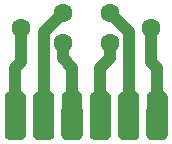
<source format=gbr>
%TF.GenerationSoftware,KiCad,Pcbnew,(5.1.5)-3*%
%TF.CreationDate,2020-04-25T09:08:57+02:00*%
%TF.ProjectId,SlimMPX,536c696d-4d50-4582-9e6b-696361645f70,rev?*%
%TF.SameCoordinates,Original*%
%TF.FileFunction,Copper,L2,Bot*%
%TF.FilePolarity,Positive*%
%FSLAX46Y46*%
G04 Gerber Fmt 4.6, Leading zero omitted, Abs format (unit mm)*
G04 Created by KiCad (PCBNEW (5.1.5)-3) date 2020-04-25 09:08:57*
%MOMM*%
%LPD*%
G04 APERTURE LIST*
%ADD10C,0.100000*%
%ADD11C,1.600000*%
%ADD12C,1.000000*%
%ADD13C,1.000000*%
%ADD14C,0.200000*%
G04 APERTURE END LIST*
%TA.AperFunction,ConnectorPad*%
D10*
G36*
X114494108Y-112002167D02*
G01*
X114537791Y-112008647D01*
X114580628Y-112019377D01*
X114622208Y-112034254D01*
X114662129Y-112053135D01*
X114700007Y-112075839D01*
X114735477Y-112102145D01*
X114768198Y-112131802D01*
X114797855Y-112164523D01*
X114824161Y-112199993D01*
X114846865Y-112237871D01*
X114865746Y-112277792D01*
X114880623Y-112319372D01*
X114891353Y-112362209D01*
X114897833Y-112405892D01*
X114900000Y-112450000D01*
X114900000Y-114550000D01*
X114897833Y-114594108D01*
X114891353Y-114637791D01*
X114880623Y-114680628D01*
X114865746Y-114722208D01*
X114846865Y-114762129D01*
X114824161Y-114800007D01*
X114797855Y-114835477D01*
X114768198Y-114868198D01*
X114735477Y-114897855D01*
X114700007Y-114924161D01*
X114662129Y-114946865D01*
X114622208Y-114965746D01*
X114580628Y-114980623D01*
X114537791Y-114991353D01*
X114494108Y-114997833D01*
X114450000Y-115000000D01*
X113550000Y-115000000D01*
X113505892Y-114997833D01*
X113462209Y-114991353D01*
X113419372Y-114980623D01*
X113377792Y-114965746D01*
X113337871Y-114946865D01*
X113299993Y-114924161D01*
X113264523Y-114897855D01*
X113231802Y-114868198D01*
X113202145Y-114835477D01*
X113175839Y-114800007D01*
X113153135Y-114762129D01*
X113134254Y-114722208D01*
X113119377Y-114680628D01*
X113108647Y-114637791D01*
X113102167Y-114594108D01*
X113100000Y-114550000D01*
X113100000Y-112450000D01*
X113102167Y-112405892D01*
X113108647Y-112362209D01*
X113119377Y-112319372D01*
X113134254Y-112277792D01*
X113153135Y-112237871D01*
X113175839Y-112199993D01*
X113202145Y-112164523D01*
X113231802Y-112131802D01*
X113264523Y-112102145D01*
X113299993Y-112075839D01*
X113337871Y-112053135D01*
X113377792Y-112034254D01*
X113419372Y-112019377D01*
X113462209Y-112008647D01*
X113505892Y-112002167D01*
X113550000Y-112000000D01*
X114450000Y-112000000D01*
X114494108Y-112002167D01*
G37*
%TD.AperFunction*%
%TA.AperFunction,ConnectorPad*%
G36*
X112094108Y-112002167D02*
G01*
X112137791Y-112008647D01*
X112180628Y-112019377D01*
X112222208Y-112034254D01*
X112262129Y-112053135D01*
X112300007Y-112075839D01*
X112335477Y-112102145D01*
X112368198Y-112131802D01*
X112397855Y-112164523D01*
X112424161Y-112199993D01*
X112446865Y-112237871D01*
X112465746Y-112277792D01*
X112480623Y-112319372D01*
X112491353Y-112362209D01*
X112497833Y-112405892D01*
X112500000Y-112450000D01*
X112500000Y-114550000D01*
X112497833Y-114594108D01*
X112491353Y-114637791D01*
X112480623Y-114680628D01*
X112465746Y-114722208D01*
X112446865Y-114762129D01*
X112424161Y-114800007D01*
X112397855Y-114835477D01*
X112368198Y-114868198D01*
X112335477Y-114897855D01*
X112300007Y-114924161D01*
X112262129Y-114946865D01*
X112222208Y-114965746D01*
X112180628Y-114980623D01*
X112137791Y-114991353D01*
X112094108Y-114997833D01*
X112050000Y-115000000D01*
X111150000Y-115000000D01*
X111105892Y-114997833D01*
X111062209Y-114991353D01*
X111019372Y-114980623D01*
X110977792Y-114965746D01*
X110937871Y-114946865D01*
X110899993Y-114924161D01*
X110864523Y-114897855D01*
X110831802Y-114868198D01*
X110802145Y-114835477D01*
X110775839Y-114800007D01*
X110753135Y-114762129D01*
X110734254Y-114722208D01*
X110719377Y-114680628D01*
X110708647Y-114637791D01*
X110702167Y-114594108D01*
X110700000Y-114550000D01*
X110700000Y-112450000D01*
X110702167Y-112405892D01*
X110708647Y-112362209D01*
X110719377Y-112319372D01*
X110734254Y-112277792D01*
X110753135Y-112237871D01*
X110775839Y-112199993D01*
X110802145Y-112164523D01*
X110831802Y-112131802D01*
X110864523Y-112102145D01*
X110899993Y-112075839D01*
X110937871Y-112053135D01*
X110977792Y-112034254D01*
X111019372Y-112019377D01*
X111062209Y-112008647D01*
X111105892Y-112002167D01*
X111150000Y-112000000D01*
X112050000Y-112000000D01*
X112094108Y-112002167D01*
G37*
%TD.AperFunction*%
%TA.AperFunction,ConnectorPad*%
G36*
X109694108Y-112002167D02*
G01*
X109737791Y-112008647D01*
X109780628Y-112019377D01*
X109822208Y-112034254D01*
X109862129Y-112053135D01*
X109900007Y-112075839D01*
X109935477Y-112102145D01*
X109968198Y-112131802D01*
X109997855Y-112164523D01*
X110024161Y-112199993D01*
X110046865Y-112237871D01*
X110065746Y-112277792D01*
X110080623Y-112319372D01*
X110091353Y-112362209D01*
X110097833Y-112405892D01*
X110100000Y-112450000D01*
X110100000Y-114550000D01*
X110097833Y-114594108D01*
X110091353Y-114637791D01*
X110080623Y-114680628D01*
X110065746Y-114722208D01*
X110046865Y-114762129D01*
X110024161Y-114800007D01*
X109997855Y-114835477D01*
X109968198Y-114868198D01*
X109935477Y-114897855D01*
X109900007Y-114924161D01*
X109862129Y-114946865D01*
X109822208Y-114965746D01*
X109780628Y-114980623D01*
X109737791Y-114991353D01*
X109694108Y-114997833D01*
X109650000Y-115000000D01*
X108750000Y-115000000D01*
X108705892Y-114997833D01*
X108662209Y-114991353D01*
X108619372Y-114980623D01*
X108577792Y-114965746D01*
X108537871Y-114946865D01*
X108499993Y-114924161D01*
X108464523Y-114897855D01*
X108431802Y-114868198D01*
X108402145Y-114835477D01*
X108375839Y-114800007D01*
X108353135Y-114762129D01*
X108334254Y-114722208D01*
X108319377Y-114680628D01*
X108308647Y-114637791D01*
X108302167Y-114594108D01*
X108300000Y-114550000D01*
X108300000Y-112450000D01*
X108302167Y-112405892D01*
X108308647Y-112362209D01*
X108319377Y-112319372D01*
X108334254Y-112277792D01*
X108353135Y-112237871D01*
X108375839Y-112199993D01*
X108402145Y-112164523D01*
X108431802Y-112131802D01*
X108464523Y-112102145D01*
X108499993Y-112075839D01*
X108537871Y-112053135D01*
X108577792Y-112034254D01*
X108619372Y-112019377D01*
X108662209Y-112008647D01*
X108705892Y-112002167D01*
X108750000Y-112000000D01*
X109650000Y-112000000D01*
X109694108Y-112002167D01*
G37*
%TD.AperFunction*%
%TA.AperFunction,ConnectorPad*%
G36*
X107294108Y-112002167D02*
G01*
X107337791Y-112008647D01*
X107380628Y-112019377D01*
X107422208Y-112034254D01*
X107462129Y-112053135D01*
X107500007Y-112075839D01*
X107535477Y-112102145D01*
X107568198Y-112131802D01*
X107597855Y-112164523D01*
X107624161Y-112199993D01*
X107646865Y-112237871D01*
X107665746Y-112277792D01*
X107680623Y-112319372D01*
X107691353Y-112362209D01*
X107697833Y-112405892D01*
X107700000Y-112450000D01*
X107700000Y-114550000D01*
X107697833Y-114594108D01*
X107691353Y-114637791D01*
X107680623Y-114680628D01*
X107665746Y-114722208D01*
X107646865Y-114762129D01*
X107624161Y-114800007D01*
X107597855Y-114835477D01*
X107568198Y-114868198D01*
X107535477Y-114897855D01*
X107500007Y-114924161D01*
X107462129Y-114946865D01*
X107422208Y-114965746D01*
X107380628Y-114980623D01*
X107337791Y-114991353D01*
X107294108Y-114997833D01*
X107250000Y-115000000D01*
X106350000Y-115000000D01*
X106305892Y-114997833D01*
X106262209Y-114991353D01*
X106219372Y-114980623D01*
X106177792Y-114965746D01*
X106137871Y-114946865D01*
X106099993Y-114924161D01*
X106064523Y-114897855D01*
X106031802Y-114868198D01*
X106002145Y-114835477D01*
X105975839Y-114800007D01*
X105953135Y-114762129D01*
X105934254Y-114722208D01*
X105919377Y-114680628D01*
X105908647Y-114637791D01*
X105902167Y-114594108D01*
X105900000Y-114550000D01*
X105900000Y-112450000D01*
X105902167Y-112405892D01*
X105908647Y-112362209D01*
X105919377Y-112319372D01*
X105934254Y-112277792D01*
X105953135Y-112237871D01*
X105975839Y-112199993D01*
X106002145Y-112164523D01*
X106031802Y-112131802D01*
X106064523Y-112102145D01*
X106099993Y-112075839D01*
X106137871Y-112053135D01*
X106177792Y-112034254D01*
X106219372Y-112019377D01*
X106262209Y-112008647D01*
X106305892Y-112002167D01*
X106350000Y-112000000D01*
X107250000Y-112000000D01*
X107294108Y-112002167D01*
G37*
%TD.AperFunction*%
%TA.AperFunction,ConnectorPad*%
G36*
X104894108Y-112002167D02*
G01*
X104937791Y-112008647D01*
X104980628Y-112019377D01*
X105022208Y-112034254D01*
X105062129Y-112053135D01*
X105100007Y-112075839D01*
X105135477Y-112102145D01*
X105168198Y-112131802D01*
X105197855Y-112164523D01*
X105224161Y-112199993D01*
X105246865Y-112237871D01*
X105265746Y-112277792D01*
X105280623Y-112319372D01*
X105291353Y-112362209D01*
X105297833Y-112405892D01*
X105300000Y-112450000D01*
X105300000Y-114550000D01*
X105297833Y-114594108D01*
X105291353Y-114637791D01*
X105280623Y-114680628D01*
X105265746Y-114722208D01*
X105246865Y-114762129D01*
X105224161Y-114800007D01*
X105197855Y-114835477D01*
X105168198Y-114868198D01*
X105135477Y-114897855D01*
X105100007Y-114924161D01*
X105062129Y-114946865D01*
X105022208Y-114965746D01*
X104980628Y-114980623D01*
X104937791Y-114991353D01*
X104894108Y-114997833D01*
X104850000Y-115000000D01*
X103950000Y-115000000D01*
X103905892Y-114997833D01*
X103862209Y-114991353D01*
X103819372Y-114980623D01*
X103777792Y-114965746D01*
X103737871Y-114946865D01*
X103699993Y-114924161D01*
X103664523Y-114897855D01*
X103631802Y-114868198D01*
X103602145Y-114835477D01*
X103575839Y-114800007D01*
X103553135Y-114762129D01*
X103534254Y-114722208D01*
X103519377Y-114680628D01*
X103508647Y-114637791D01*
X103502167Y-114594108D01*
X103500000Y-114550000D01*
X103500000Y-112450000D01*
X103502167Y-112405892D01*
X103508647Y-112362209D01*
X103519377Y-112319372D01*
X103534254Y-112277792D01*
X103553135Y-112237871D01*
X103575839Y-112199993D01*
X103602145Y-112164523D01*
X103631802Y-112131802D01*
X103664523Y-112102145D01*
X103699993Y-112075839D01*
X103737871Y-112053135D01*
X103777792Y-112034254D01*
X103819372Y-112019377D01*
X103862209Y-112008647D01*
X103905892Y-112002167D01*
X103950000Y-112000000D01*
X104850000Y-112000000D01*
X104894108Y-112002167D01*
G37*
%TD.AperFunction*%
%TA.AperFunction,ConnectorPad*%
G36*
X102494108Y-112002167D02*
G01*
X102537791Y-112008647D01*
X102580628Y-112019377D01*
X102622208Y-112034254D01*
X102662129Y-112053135D01*
X102700007Y-112075839D01*
X102735477Y-112102145D01*
X102768198Y-112131802D01*
X102797855Y-112164523D01*
X102824161Y-112199993D01*
X102846865Y-112237871D01*
X102865746Y-112277792D01*
X102880623Y-112319372D01*
X102891353Y-112362209D01*
X102897833Y-112405892D01*
X102900000Y-112450000D01*
X102900000Y-114550000D01*
X102897833Y-114594108D01*
X102891353Y-114637791D01*
X102880623Y-114680628D01*
X102865746Y-114722208D01*
X102846865Y-114762129D01*
X102824161Y-114800007D01*
X102797855Y-114835477D01*
X102768198Y-114868198D01*
X102735477Y-114897855D01*
X102700007Y-114924161D01*
X102662129Y-114946865D01*
X102622208Y-114965746D01*
X102580628Y-114980623D01*
X102537791Y-114991353D01*
X102494108Y-114997833D01*
X102450000Y-115000000D01*
X101550000Y-115000000D01*
X101505892Y-114997833D01*
X101462209Y-114991353D01*
X101419372Y-114980623D01*
X101377792Y-114965746D01*
X101337871Y-114946865D01*
X101299993Y-114924161D01*
X101264523Y-114897855D01*
X101231802Y-114868198D01*
X101202145Y-114835477D01*
X101175839Y-114800007D01*
X101153135Y-114762129D01*
X101134254Y-114722208D01*
X101119377Y-114680628D01*
X101108647Y-114637791D01*
X101102167Y-114594108D01*
X101100000Y-114550000D01*
X101100000Y-112450000D01*
X101102167Y-112405892D01*
X101108647Y-112362209D01*
X101119377Y-112319372D01*
X101134254Y-112277792D01*
X101153135Y-112237871D01*
X101175839Y-112199993D01*
X101202145Y-112164523D01*
X101231802Y-112131802D01*
X101264523Y-112102145D01*
X101299993Y-112075839D01*
X101337871Y-112053135D01*
X101377792Y-112034254D01*
X101419372Y-112019377D01*
X101462209Y-112008647D01*
X101505892Y-112002167D01*
X101550000Y-112000000D01*
X102450000Y-112000000D01*
X102494108Y-112002167D01*
G37*
%TD.AperFunction*%
D11*
X113500000Y-105500000D03*
X106000000Y-104250000D03*
X110000000Y-106750000D03*
X102500000Y-105500000D03*
X110000000Y-104250000D03*
X106000000Y-106750000D03*
D12*
X106800000Y-111400000D03*
X111600000Y-111400000D03*
X102000000Y-111400000D03*
X109200000Y-111400000D03*
X104400000Y-111400000D03*
X114000000Y-111400000D03*
D13*
X106000000Y-108100000D02*
X106000000Y-106750000D01*
X106800000Y-113750000D02*
X106800000Y-108900000D01*
X106800000Y-108900000D02*
X106000000Y-108100000D01*
X111600000Y-105850000D02*
X110000000Y-104250000D01*
X111600000Y-105850000D02*
X111600000Y-113750000D01*
X102000000Y-113750000D02*
X102000000Y-108900000D01*
X102000000Y-108900000D02*
X102500000Y-108400000D01*
X102500000Y-108400000D02*
X102500000Y-105500000D01*
X110000000Y-108100000D02*
X110000000Y-106750000D01*
X109200000Y-113750000D02*
X109200000Y-108900000D01*
X109200000Y-108900000D02*
X110000000Y-108100000D01*
X104400000Y-105850000D02*
X106000000Y-104250000D01*
X104400000Y-113750000D02*
X104400000Y-105850000D01*
X114000000Y-108900000D02*
X114000000Y-113750000D01*
X113500000Y-108400000D02*
X114000000Y-108900000D01*
X113500000Y-105500000D02*
X113500000Y-108400000D01*
D14*
G36*
X102454677Y-110909423D02*
G01*
X102494831Y-110936253D01*
X102763747Y-111205169D01*
X102790577Y-111245323D01*
X102800000Y-111292694D01*
X102800000Y-113790149D01*
X102790577Y-113837520D01*
X102769325Y-113869325D01*
X102737520Y-113890577D01*
X102690149Y-113900000D01*
X101309851Y-113900000D01*
X101262480Y-113890577D01*
X101230675Y-113869325D01*
X101209423Y-113837520D01*
X101200000Y-113790149D01*
X101200000Y-111292694D01*
X101209423Y-111245323D01*
X101236253Y-111205169D01*
X101505169Y-110936253D01*
X101545323Y-110909423D01*
X101592694Y-110900000D01*
X102407306Y-110900000D01*
X102454677Y-110909423D01*
G37*
X102454677Y-110909423D02*
X102494831Y-110936253D01*
X102763747Y-111205169D01*
X102790577Y-111245323D01*
X102800000Y-111292694D01*
X102800000Y-113790149D01*
X102790577Y-113837520D01*
X102769325Y-113869325D01*
X102737520Y-113890577D01*
X102690149Y-113900000D01*
X101309851Y-113900000D01*
X101262480Y-113890577D01*
X101230675Y-113869325D01*
X101209423Y-113837520D01*
X101200000Y-113790149D01*
X101200000Y-111292694D01*
X101209423Y-111245323D01*
X101236253Y-111205169D01*
X101505169Y-110936253D01*
X101545323Y-110909423D01*
X101592694Y-110900000D01*
X102407306Y-110900000D01*
X102454677Y-110909423D01*
G36*
X101200001Y-111321204D02*
G01*
X101200000Y-111321207D01*
X101200000Y-111292694D01*
X101200001Y-111292689D01*
X101200001Y-111321204D01*
G37*
X101200001Y-111321204D02*
X101200000Y-111321207D01*
X101200000Y-111292694D01*
X101200001Y-111292689D01*
X101200001Y-111321204D01*
G36*
X104854677Y-110909423D02*
G01*
X104894831Y-110936253D01*
X105163747Y-111205169D01*
X105190577Y-111245323D01*
X105200000Y-111292694D01*
X105200000Y-113790149D01*
X105190577Y-113837520D01*
X105169325Y-113869325D01*
X105137520Y-113890577D01*
X105090149Y-113900000D01*
X103709851Y-113900000D01*
X103662480Y-113890577D01*
X103630675Y-113869325D01*
X103609423Y-113837520D01*
X103600000Y-113790149D01*
X103600000Y-111292694D01*
X103609423Y-111245323D01*
X103636253Y-111205169D01*
X103905169Y-110936253D01*
X103945323Y-110909423D01*
X103992694Y-110900000D01*
X104807306Y-110900000D01*
X104854677Y-110909423D01*
G37*
X104854677Y-110909423D02*
X104894831Y-110936253D01*
X105163747Y-111205169D01*
X105190577Y-111245323D01*
X105200000Y-111292694D01*
X105200000Y-113790149D01*
X105190577Y-113837520D01*
X105169325Y-113869325D01*
X105137520Y-113890577D01*
X105090149Y-113900000D01*
X103709851Y-113900000D01*
X103662480Y-113890577D01*
X103630675Y-113869325D01*
X103609423Y-113837520D01*
X103600000Y-113790149D01*
X103600000Y-111292694D01*
X103609423Y-111245323D01*
X103636253Y-111205169D01*
X103905169Y-110936253D01*
X103945323Y-110909423D01*
X103992694Y-110900000D01*
X104807306Y-110900000D01*
X104854677Y-110909423D01*
G36*
X107254677Y-110909423D02*
G01*
X107294831Y-110936253D01*
X107563747Y-111205169D01*
X107590577Y-111245323D01*
X107600000Y-111292694D01*
X107600000Y-113790149D01*
X107590577Y-113837520D01*
X107569325Y-113869325D01*
X107537520Y-113890577D01*
X107490149Y-113900000D01*
X106109851Y-113900000D01*
X106062480Y-113890577D01*
X106030675Y-113869325D01*
X106009423Y-113837520D01*
X106000000Y-113790149D01*
X106000000Y-111292694D01*
X106009423Y-111245323D01*
X106036253Y-111205169D01*
X106305169Y-110936253D01*
X106345323Y-110909423D01*
X106392694Y-110900000D01*
X107207306Y-110900000D01*
X107254677Y-110909423D01*
G37*
X107254677Y-110909423D02*
X107294831Y-110936253D01*
X107563747Y-111205169D01*
X107590577Y-111245323D01*
X107600000Y-111292694D01*
X107600000Y-113790149D01*
X107590577Y-113837520D01*
X107569325Y-113869325D01*
X107537520Y-113890577D01*
X107490149Y-113900000D01*
X106109851Y-113900000D01*
X106062480Y-113890577D01*
X106030675Y-113869325D01*
X106009423Y-113837520D01*
X106000000Y-113790149D01*
X106000000Y-111292694D01*
X106009423Y-111245323D01*
X106036253Y-111205169D01*
X106305169Y-110936253D01*
X106345323Y-110909423D01*
X106392694Y-110900000D01*
X107207306Y-110900000D01*
X107254677Y-110909423D01*
G36*
X109654677Y-110909423D02*
G01*
X109694831Y-110936253D01*
X109963747Y-111205169D01*
X109990577Y-111245323D01*
X110000000Y-111292694D01*
X110000000Y-113790149D01*
X109990577Y-113837520D01*
X109969325Y-113869325D01*
X109937520Y-113890577D01*
X109890149Y-113900000D01*
X108509851Y-113900000D01*
X108462480Y-113890577D01*
X108430675Y-113869325D01*
X108409423Y-113837520D01*
X108400000Y-113790149D01*
X108400000Y-111292694D01*
X108409423Y-111245323D01*
X108436253Y-111205169D01*
X108705169Y-110936253D01*
X108745323Y-110909423D01*
X108792694Y-110900000D01*
X109607306Y-110900000D01*
X109654677Y-110909423D01*
G37*
X109654677Y-110909423D02*
X109694831Y-110936253D01*
X109963747Y-111205169D01*
X109990577Y-111245323D01*
X110000000Y-111292694D01*
X110000000Y-113790149D01*
X109990577Y-113837520D01*
X109969325Y-113869325D01*
X109937520Y-113890577D01*
X109890149Y-113900000D01*
X108509851Y-113900000D01*
X108462480Y-113890577D01*
X108430675Y-113869325D01*
X108409423Y-113837520D01*
X108400000Y-113790149D01*
X108400000Y-111292694D01*
X108409423Y-111245323D01*
X108436253Y-111205169D01*
X108705169Y-110936253D01*
X108745323Y-110909423D01*
X108792694Y-110900000D01*
X109607306Y-110900000D01*
X109654677Y-110909423D01*
G36*
X112054677Y-110909423D02*
G01*
X112094831Y-110936253D01*
X112363747Y-111205169D01*
X112390577Y-111245323D01*
X112400000Y-111292694D01*
X112400000Y-113790149D01*
X112390577Y-113837520D01*
X112369325Y-113869325D01*
X112337520Y-113890577D01*
X112290149Y-113900000D01*
X110909851Y-113900000D01*
X110862480Y-113890577D01*
X110830675Y-113869325D01*
X110809423Y-113837520D01*
X110800000Y-113790149D01*
X110800000Y-111292694D01*
X110809423Y-111245323D01*
X110836253Y-111205169D01*
X111105169Y-110936253D01*
X111145323Y-110909423D01*
X111192694Y-110900000D01*
X112007306Y-110900000D01*
X112054677Y-110909423D01*
G37*
X112054677Y-110909423D02*
X112094831Y-110936253D01*
X112363747Y-111205169D01*
X112390577Y-111245323D01*
X112400000Y-111292694D01*
X112400000Y-113790149D01*
X112390577Y-113837520D01*
X112369325Y-113869325D01*
X112337520Y-113890577D01*
X112290149Y-113900000D01*
X110909851Y-113900000D01*
X110862480Y-113890577D01*
X110830675Y-113869325D01*
X110809423Y-113837520D01*
X110800000Y-113790149D01*
X110800000Y-111292694D01*
X110809423Y-111245323D01*
X110836253Y-111205169D01*
X111105169Y-110936253D01*
X111145323Y-110909423D01*
X111192694Y-110900000D01*
X112007306Y-110900000D01*
X112054677Y-110909423D01*
G36*
X114454677Y-110909423D02*
G01*
X114494831Y-110936253D01*
X114763747Y-111205169D01*
X114790577Y-111245323D01*
X114800000Y-111292694D01*
X114800000Y-113790149D01*
X114790577Y-113837520D01*
X114769325Y-113869325D01*
X114737520Y-113890577D01*
X114690149Y-113900000D01*
X113309851Y-113900000D01*
X113262480Y-113890577D01*
X113230675Y-113869325D01*
X113209423Y-113837520D01*
X113200000Y-113790149D01*
X113200000Y-111292694D01*
X113209423Y-111245323D01*
X113236253Y-111205169D01*
X113505169Y-110936253D01*
X113545323Y-110909423D01*
X113592694Y-110900000D01*
X114407306Y-110900000D01*
X114454677Y-110909423D01*
G37*
X114454677Y-110909423D02*
X114494831Y-110936253D01*
X114763747Y-111205169D01*
X114790577Y-111245323D01*
X114800000Y-111292694D01*
X114800000Y-113790149D01*
X114790577Y-113837520D01*
X114769325Y-113869325D01*
X114737520Y-113890577D01*
X114690149Y-113900000D01*
X113309851Y-113900000D01*
X113262480Y-113890577D01*
X113230675Y-113869325D01*
X113209423Y-113837520D01*
X113200000Y-113790149D01*
X113200000Y-111292694D01*
X113209423Y-111245323D01*
X113236253Y-111205169D01*
X113505169Y-110936253D01*
X113545323Y-110909423D01*
X113592694Y-110900000D01*
X114407306Y-110900000D01*
X114454677Y-110909423D01*
M02*

</source>
